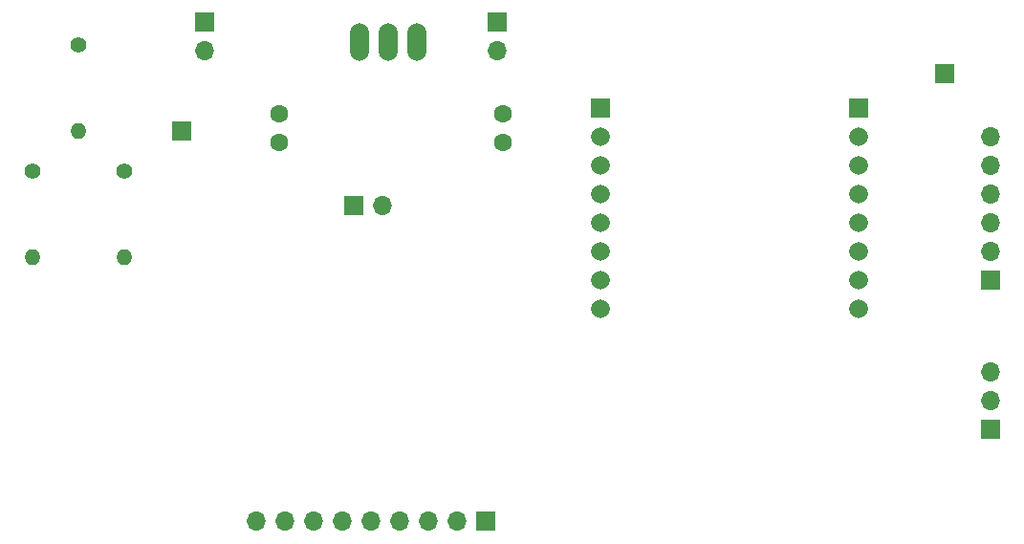
<source format=gbr>
%TF.GenerationSoftware,KiCad,Pcbnew,(5.1.10)-1*%
%TF.CreationDate,2021-11-10T11:22:41-03:00*%
%TF.ProjectId,circuito-cadeado,63697263-7569-4746-9f2d-636164656164,rev?*%
%TF.SameCoordinates,Original*%
%TF.FileFunction,Copper,L1,Top*%
%TF.FilePolarity,Positive*%
%FSLAX46Y46*%
G04 Gerber Fmt 4.6, Leading zero omitted, Abs format (unit mm)*
G04 Created by KiCad (PCBNEW (5.1.10)-1) date 2021-11-10 11:22:41*
%MOMM*%
%LPD*%
G01*
G04 APERTURE LIST*
%TA.AperFunction,ComponentPad*%
%ADD10C,1.665000*%
%TD*%
%TA.AperFunction,ComponentPad*%
%ADD11R,1.665000X1.665000*%
%TD*%
%TA.AperFunction,ComponentPad*%
%ADD12C,1.600000*%
%TD*%
%TA.AperFunction,ComponentPad*%
%ADD13R,1.700000X1.700000*%
%TD*%
%TA.AperFunction,ComponentPad*%
%ADD14O,1.700000X1.700000*%
%TD*%
%TA.AperFunction,ComponentPad*%
%ADD15C,1.400000*%
%TD*%
%TA.AperFunction,ComponentPad*%
%ADD16O,1.400000X1.400000*%
%TD*%
%TA.AperFunction,ComponentPad*%
%ADD17O,1.676400X3.352800*%
%TD*%
G04 APERTURE END LIST*
D10*
%TO.P,esp1,16*%
%TO.N,Net-(esp1-Pad16)*%
X164084000Y-101600000D03*
%TO.P,esp1,15*%
%TO.N,Net-(esp1-Pad15)*%
X164084000Y-99060000D03*
%TO.P,esp1,14*%
%TO.N,Net-(esp1-Pad14)*%
X164084000Y-96520000D03*
%TO.P,esp1,13*%
%TO.N,Net-(esp1-Pad13)*%
X164084000Y-93980000D03*
%TO.P,esp1,12*%
%TO.N,Net-(esp1-Pad12)*%
X164084000Y-91440000D03*
%TO.P,esp1,11*%
%TO.N,Net-(IO0-Pad1)*%
X164084000Y-88900000D03*
%TO.P,esp1,10*%
%TO.N,Net-(esp1-Pad10)*%
X164084000Y-86360000D03*
D11*
%TO.P,esp1,9*%
%TO.N,Net-(esp1-Pad9)*%
X164084000Y-83820000D03*
%TO.P,esp1,8*%
%TO.N,Net-(C2-Pad1)*%
X141224000Y-83820000D03*
D10*
%TO.P,esp1,7*%
%TO.N,GNDREF*%
X141224000Y-86360000D03*
%TO.P,esp1,6*%
%TO.N,Net-(esp1-Pad6)*%
X141224000Y-88900000D03*
%TO.P,esp1,5*%
%TO.N,Net-(esp1-Pad5)*%
X141224000Y-91440000D03*
%TO.P,esp1,4*%
%TO.N,Net-(esp1-Pad4)*%
X141224000Y-93980000D03*
%TO.P,esp1,3*%
%TO.N,Net-(esp1-Pad3)*%
X141224000Y-96520000D03*
%TO.P,esp1,2*%
%TO.N,Net-(esp1-Pad2)*%
X141224000Y-99060000D03*
%TO.P,esp1,1*%
%TO.N,Net-(esp1-Pad1)*%
X141224000Y-101600000D03*
%TD*%
D12*
%TO.P,C1,2*%
%TO.N,GNDREF*%
X112776000Y-86828000D03*
%TO.P,C1,1*%
%TO.N,+9V*%
X112776000Y-84328000D03*
%TD*%
%TO.P,C2,1*%
%TO.N,Net-(C2-Pad1)*%
X132588000Y-84328000D03*
%TO.P,C2,2*%
%TO.N,GNDREF*%
X132588000Y-86828000D03*
%TD*%
D13*
%TO.P,DivTen1,1*%
%TO.N,Net-(DivTen1-Pad1)*%
X104140000Y-85852000D03*
%TD*%
%TO.P,Gnd0,1*%
%TO.N,GNDREF*%
X119380000Y-92456000D03*
D14*
%TO.P,Gnd0,2*%
X121920000Y-92456000D03*
%TD*%
D13*
%TO.P,gravEsp1,1*%
%TO.N,Net-(esp1-Pad16)*%
X175768000Y-99060000D03*
D14*
%TO.P,gravEsp1,2*%
%TO.N,Net-(gravEsp1-Pad2)*%
X175768000Y-96520000D03*
%TO.P,gravEsp1,3*%
%TO.N,Net-(C2-Pad1)*%
X175768000Y-93980000D03*
%TO.P,gravEsp1,4*%
%TO.N,Net-(esp1-Pad15)*%
X175768000Y-91440000D03*
%TO.P,gravEsp1,5*%
%TO.N,Net-(esp1-Pad14)*%
X175768000Y-88900000D03*
%TO.P,gravEsp1,6*%
%TO.N,Net-(gravEsp1-Pad6)*%
X175768000Y-86360000D03*
%TD*%
D13*
%TO.P,IO0,1*%
%TO.N,Net-(IO0-Pad1)*%
X171704000Y-80772000D03*
%TD*%
%TO.P,mpu6050,1*%
%TO.N,Net-(mpu6050-Pad1)*%
X131064000Y-120396000D03*
D14*
%TO.P,mpu6050,2*%
%TO.N,Net-(mpu6050-Pad2)*%
X128524000Y-120396000D03*
%TO.P,mpu6050,3*%
%TO.N,Net-(mpu6050-Pad3)*%
X125984000Y-120396000D03*
%TO.P,mpu6050,4*%
%TO.N,Net-(mpu6050-Pad4)*%
X123444000Y-120396000D03*
%TO.P,mpu6050,5*%
%TO.N,Net-(esp1-Pad4)*%
X120904000Y-120396000D03*
%TO.P,mpu6050,6*%
%TO.N,Net-(esp1-Pad3)*%
X118364000Y-120396000D03*
%TO.P,mpu6050,7*%
%TO.N,GNDREF*%
X115824000Y-120396000D03*
%TO.P,mpu6050,8*%
%TO.N,Net-(esp1-Pad9)*%
X113284000Y-120396000D03*
%TO.P,mpu6050,9*%
%TO.N,N/C*%
X110744000Y-120396000D03*
%TD*%
D15*
%TO.P,R1,1*%
%TO.N,Net-(DivTen1-Pad1)*%
X99060000Y-89408000D03*
D16*
%TO.P,R1,2*%
%TO.N,GNDREF*%
X99060000Y-97028000D03*
%TD*%
%TO.P,R2,2*%
%TO.N,GNDREF*%
X90932000Y-97028000D03*
D15*
%TO.P,R2,1*%
%TO.N,Net-(DivTen1-Pad1)*%
X90932000Y-89408000D03*
%TD*%
%TO.P,R3,1*%
%TO.N,+9V*%
X94996000Y-78232000D03*
D16*
%TO.P,R3,2*%
%TO.N,Net-(DivTen1-Pad1)*%
X94996000Y-85852000D03*
%TD*%
D17*
%TO.P,Reg1,3*%
%TO.N,Net-(C2-Pad1)*%
X124968000Y-77978000D03*
%TO.P,Reg1,2*%
%TO.N,GNDREF*%
X122428000Y-77978000D03*
%TO.P,Reg1,1*%
%TO.N,+9V*%
X119888000Y-77978000D03*
%TD*%
D13*
%TO.P,servoM1,1*%
%TO.N,Net-(esp1-Pad1)*%
X175768000Y-112268000D03*
D14*
%TO.P,servoM1,2*%
%TO.N,Net-(C2-Pad1)*%
X175768000Y-109728000D03*
%TO.P,servoM1,3*%
%TO.N,Net-(esp1-Pad12)*%
X175768000Y-107188000D03*
%TD*%
%TO.P,Vcc2,2*%
%TO.N,+9V*%
X106172000Y-78740000D03*
D13*
%TO.P,Vcc2,1*%
X106172000Y-76200000D03*
%TD*%
%TO.P,Vcc3,1*%
%TO.N,Net-(C2-Pad1)*%
X132080000Y-76200000D03*
D14*
%TO.P,Vcc3,2*%
X132080000Y-78740000D03*
%TD*%
M02*

</source>
